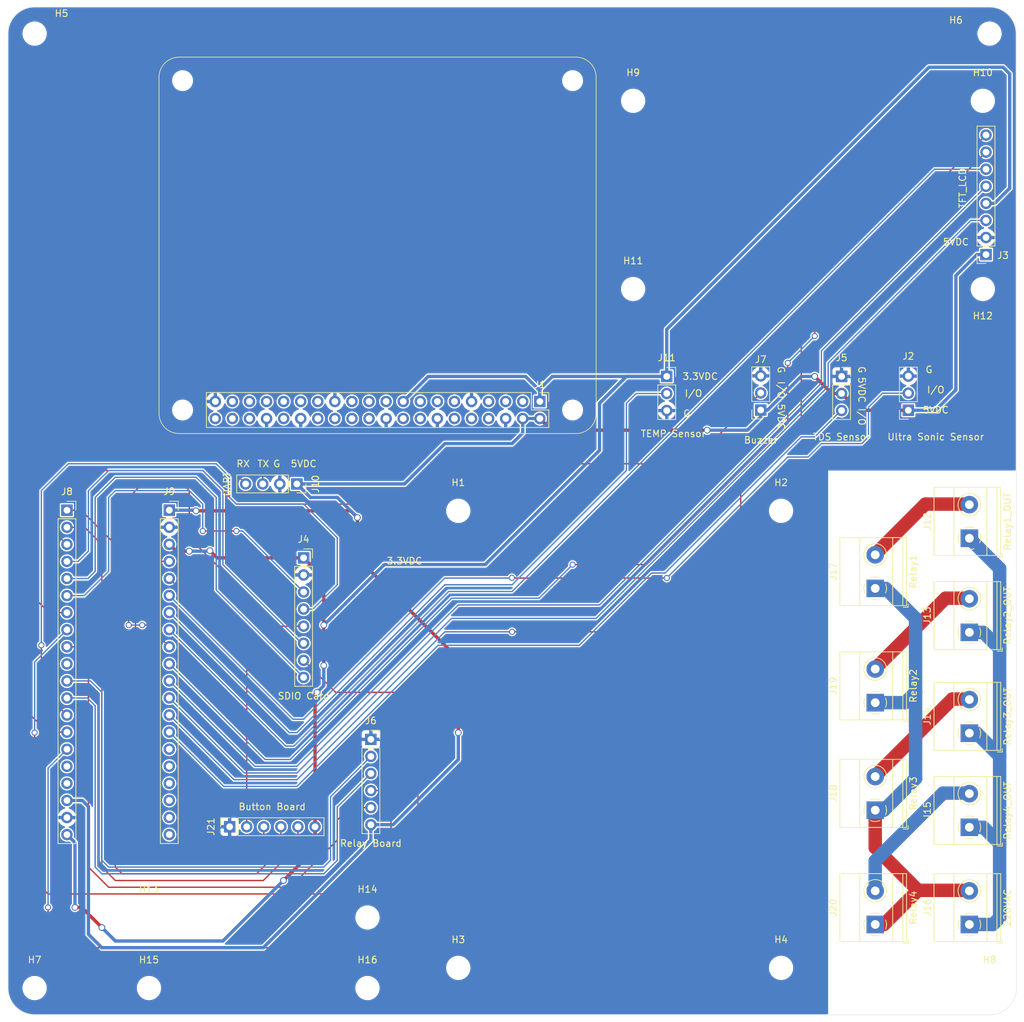
<source format=kicad_pcb>
(kicad_pcb (version 20211014) (generator pcbnew)
  (title_block (title "Aquarium_PCB") (date "2022-11-04") (rev "1.0"))
  (layers (0 "F.Cu" signal) (31 "B.Cu" power) (34 "B.Paste" user) (35 "F.Paste" user) (36 "B.SilkS" user "B.Silkscreen") (37 "F.SilkS" user "F.Silkscreen") (38 "B.Mask" user) (39 "F.Mask" user) (44 "Edge.Cuts" user))
  (net 0 "")
  (net 1 "GND")
  (net 2 "/GPIO[2]{slash}SDA1")
  (net 3 "/GPIO[3]{slash}SCL1")
  (net 4 "/GPIO[4]{slash}GPCLK0")
  (net 5 "/GPIO[14]{slash}TXD0")
  (net 6 "/GPIO[15]{slash}RXD0")
  (net 7 "/GPIO[17]")
  (net 8 "/GPIO[18]{slash}PCM.CLK")
  (net 9 "/GPIO[27]")
  (net 10 "/GPIO[22]")
  (net 11 "/GPIO[23]")
  (net 12 "/GPIO[24]")
  (net 13 "/GPIO[10]{slash}SPI0.MOSI")
  (net 14 "/GPIO[9]{slash}SPI0.MISO")
  (net 15 "/GPIO[25]")
  (net 16 "/GPIO[11]{slash}SPI0.SCLK")
  (net 17 "/GPIO[8]{slash}SPI0.CE0")
  (net 18 "/GPIO[7]{slash}SPI0.CE1")
  (net 19 "/ID_SDA")
  (net 20 "/ID_SCL")
  (net 21 "/GPIO[5]")
  (net 22 "/GPIO[6]")
  (net 23 "/GPIO[12]{slash}PWM0")
  (net 24 "/GPIO[13]{slash}PWM1")
  (net 25 "/GPIO[19]{slash}PCM.FS")
  (net 26 "/GPIO[16]")
  (net 27 "/GPIO[26]")
  (net 28 "/GPIO[20]{slash}PCM.DIN")
  (net 29 "/GPIO[21]{slash}PCM.DOUT")
  (net 30 "+5V")
  (net 31 "+3.3V")
  (net 32 "/B1_Sonar")
  (net 33 "/A3_LCD_CS")
  (net 34 "/A7_LCD_MOSI")
  (net 35 "/A5_LCD_SCK")
  (net 36 "/A9_SDIO_D2")
  (net 37 "/B5_SDIO_D3")
  (net 38 "/A6_SDIO_CMD")
  (net 39 "/B15_SDIO_CK")
  (net 40 "/B7_SDIO_D0")
  (net 41 "/A8_SDIO_D1")
  (net 42 "/A1_TDS")
  (net 43 "/B3_Relay1")
  (net 44 "/B4_Relay2")
  (net 45 "/A11_Relay3")
  (net 46 "/A12_Relay4")
  (net 47 "/B14_Buzzer")
  (net 48 "/B12_button_enter")
  (net 49 "/B13_button_exit")
  (net 50 "/A10_UART1_RX")
  (net 51 "/A15")
  (net 52 "/B6_UART1_TX")
  (net 53 "/B8")
  (net 54 "/B9")
  (net 55 "/B10_button_right")
  (net 56 "/B2_button_left")
  (net 57 "/B0_TEMP")
  (net 58 "/A4_LCD_DC")
  (net 59 "/A2_LCD_BKL")
  (net 60 "/A0_button_user")
  (net 61 "/R")
  (net 62 "/C15")
  (net 63 "/C14")
  (net 64 "/C13")
  (net 65 "/VB")
  (net 66 "/L")
  (net 67 "/Relay1_A")
  (net 68 "/Relay2_A")
  (net 69 "/Relay3_A")
  (net 70 "/Relay4_A")
  (net 71 "/Relay_Com_N")
  (footprint "Connector_PinSocket_2.54mm:PinSocket_2x20_P2.54mm_Vertical" (layer "F.Cu") (at 174.13 96.73 -90)
    (fp_text reference "J1")
    (fp_text value "GPIO")
  )
  (footprint "MountingHole:MountingHole_3.2mm_M3" (layer "F.Cu") (at 99 42)
    (fp_text reference "H5")
    (fp_text value "MountingHole")
  )
  (footprint "Connector_PinSocket_2.54mm:PinSocket_1x03_P2.54mm_Vertical" (layer "F.Cu") (at 193 93)
    (fp_text reference "J11")
    (fp_text value "TEMP Sensor")
  )
  (footprint "MountingHole:MountingHole_2.7mm_M2.5" (layer "F.Cu") (at 121 98 180)
    (fp_text reference "MH2" hide)
    (fp_text value "MountingHole_2.7mm_M2.5" hide)
  )
  (footprint "TerminalBlock_Phoenix:TerminalBlock_Phoenix_MKDS-1,5-2_1x02_P5.00mm_Horizontal" (layer "F.Cu") (at 224 124.54 90)
    (fp_text reference "J17")
    (fp_text value "Relay1")
  )
  (footprint "MountingHole:MountingHole_3.2mm_M3" (layer "F.Cu") (at 240 80)
    (fp_text reference "H12")
    (fp_text value "MountingHole")
  )
  (footprint "MountingHole:MountingHole_3.2mm_M3" (layer "F.Cu") (at 240 52)
    (fp_text reference "H10")
    (fp_text value "MountingHole")
  )
  (footprint "MountingHole:MountingHole_3.2mm_M3" (layer "F.Cu") (at 241 42)
    (fp_text reference "H6")
    (fp_text value "MountingHole")
  )
  (footprint "TerminalBlock_Phoenix:TerminalBlock_Phoenix_MKDS-1,5-2_1x02_P5.00mm_Horizontal" (layer "F.Cu") (at 238 117.08 90)
    (fp_text reference "J12")
    (fp_text value "Relay1_OUT")
  )
  (footprint "Connector_PinSocket_2.54mm:PinSocket_1x06_P2.54mm_Vertical" (layer "F.Cu") (at 149 147)
    (fp_text reference "J6")
    (fp_text value "Relay Board")
  )
  (footprint "Connector_PinSocket_2.54mm:PinSocket_1x03_P2.54mm_Vertical" (layer "F.Cu") (at 228.925 98.035 180)
    (fp_text reference "J2")
    (fp_text value "Ultra Sonic Sensor")
  )
  (footprint "TerminalBlock_Phoenix:TerminalBlock_Phoenix_MKDS-1,5-2_1x02_P5.00mm_Horizontal" (layer "F.Cu") (at 238 131.08 90)
    (fp_text reference "J13")
    (fp_text value "Relay2_OUT")
  )
  (footprint "Connector_PinSocket_2.54mm:PinSocket_1x04_P2.54mm_Vertical" (layer "F.Cu") (at 138 109 -90)
    (fp_text reference "J10")
    (fp_text value "UART")
  )
  (footprint "MountingHole:MountingHole_3.2mm_M3" (layer "F.Cu") (at 148.5 184)
    (fp_text reference "H16")
    (fp_text value "MountingHole")
  )
  (footprint "Connector_PinSocket_2.54mm:PinSocket_1x08_P2.54mm_Vertical" (layer "F.Cu") (at 139 120)
    (fp_text reference "J4")
    (fp_text value "SDIO Card")
  )
  (footprint "Connector_PinSocket_2.54mm:PinSocket_1x20_P2.54mm_Vertical" (layer "F.Cu") (at 103.805 112.91)
    (fp_text reference "J8")
    (fp_text value "Conn_01x20_Female")
  )
  (footprint "TerminalBlock_Phoenix:TerminalBlock_Phoenix_MKDS-1,5-2_1x02_P5.00mm_Horizontal" (layer "F.Cu") (at 224 174.54 90)
    (fp_text reference "J20")
    (fp_text value "Relay4")
  )
  (footprint "Connector_PinSocket_2.54mm:PinSocket_1x06_P2.54mm_Vertical" (layer "F.Cu") (at 128 160 90)
    (fp_text reference "J21")
    (fp_text value "Button Board")
  )
  (footprint "Connector_PinSocket_2.54mm:PinSocket_1x03_P2.54mm_Vertical" (layer "F.Cu") (at 219 93)
    (fp_text reference "J5")
    (fp_text value "TDS Sensor")
  )
  (footprint "MountingHole:MountingHole_3.2mm_M3" (layer "F.Cu") (at 188 80)
    (fp_text reference "H11")
    (fp_text value "MountingHole")
  )
  (footprint "Connector_PinSocket_2.54mm:PinSocket_1x08_P2.54mm_Vertical" (layer "F.Cu") (at 240.475 74.875 180)
    (fp_text reference "J3")
    (fp_text value "TFT_LCD")
  )
  (footprint "MountingHole:MountingHole_3.2mm_M3" (layer "F.Cu") (at 162 181)
    (fp_text reference "H3")
    (fp_text value "MountingHole")
  )
  (footprint "MountingHole:MountingHole_2.7mm_M2.5" (layer "F.Cu") (at 179 49 180)
    (fp_text reference "MH3" hide)
    (fp_text value "MountingHole_2.7mm_M2.5" hide)
  )
  (footprint "MountingHole:MountingHole_3.2mm_M3" (layer "F.Cu") (at 210 113)
    (fp_text reference "H2")
    (fp_text value "MountingHole")
  )
  (footprint "TerminalBlock_Phoenix:TerminalBlock_Phoenix_MKDS-1,5-2_1x02_P5.00mm_Horizontal" (layer "F.Cu") (at 224 141.54 90)
    (fp_text reference "J19")
    (fp_text value "Relay2")
  )
  (footprint "MountingHole:MountingHole_3.2mm_M3" (layer "F.Cu") (at 188 52)
    (fp_text reference "H9")
    (fp_text value "MountingHole")
  )
  (footprint "MountingHole:MountingHole_2.7mm_M2.5" (layer "F.Cu") (at 179 98 180)
    (fp_text reference "MH1" hide)
    (fp_text value "MountingHole_2.7mm_M2.5" hide)
  )
  (footprint "MountingHole:MountingHole_3.2mm_M3" (layer "F.Cu") (at 210 181)
    (fp_text reference "H4")
    (fp_text value "MountingHole")
  )
  (footprint "MountingHole:MountingHole_3.2mm_M3" (layer "F.Cu") (at 116 173.5)
    (fp_text reference "H13")
    (fp_text value "MountingHole")
  )
  (footprint "TerminalBlock_Phoenix:TerminalBlock_Phoenix_MKDS-1,5-2_1x02_P5.00mm_Horizontal" (layer "F.Cu") (at 238 146.08 90)
    (fp_text reference "J14")
    (fp_text value "Relay3_OUT")
  )
  (footprint "Connector_PinSocket_2.54mm:PinSocket_1x03_P2.54mm_Vertical" (layer "F.Cu") (at 206.975 98 180)
    (fp_text reference "J7")
    (fp_text value "Buzzer")
  )
  (footprint "TerminalBlock_Phoenix:TerminalBlock_Phoenix_MKDS-1,5-2_1x02_P5.00mm_Horizontal" (layer "F.Cu") (at 238 160.08 90)
    (fp_text reference "J15")
    (fp_text value "Relay4_OUT")
  )
  (footprint "TerminalBlock_Phoenix:TerminalBlock_Phoenix_MKDS-1,5-2_1x02_P5.00mm_Horizontal" (layer "F.Cu") (at 224 157.54 90)
    (fp_text reference "J18")
    (fp_text value "Relay3")
  )
  (footprint "MountingHole:MountingHole_2.7mm_M2.5" (layer "F.Cu") (at 121 49 180)
    (fp_text reference "MH4" hide)
    (fp_text value "MountingHole_2.7mm_M2.5" hide)
  )
  (footprint "MountingHole:MountingHole_3.2mm_M3" (layer "F.Cu") (at 99 184)
    (fp_text reference "H7")
    (fp_text value "MountingHole")
  )
  (footprint "MountingHole:MountingHole_3.2mm_M3" (layer "F.Cu") (at 116 184)
    (fp_text reference "H15")
    (fp_text value "MountingHole")
  )
  (footprint "MountingHole:MountingHole_3.2mm_M3" (layer "F.Cu") (at 241 184)
    (fp_text reference "H8")
    (fp_text value "MountingHole")
  )
  (footprint "Connector_PinSocket_2.54mm:PinSocket_1x20_P2.54mm_Vertical" (layer "F.Cu") (at 119.025 112.9)
    (fp_text reference "J9")
    (fp_text value "Conn_01x20_Female")
  )
  (footprint "MountingHole:MountingHole_3.2mm_M3" (layer "F.Cu") (at 162 113)
    (fp_text reference "H1")
    (fp_text value "MountingHole")
  )
  (footprint "TerminalBlock_Phoenix:TerminalBlock_Phoenix_MKDS-1,5-2_1x02_P5.00mm_Horizontal" (layer "F.Cu") (at 238 174.54 90)
    (fp_text reference "J16")
    (fp_text value "220VAC")
  )
  (footprint "MountingHole:MountingHole_3.2mm_M3" (layer "F.Cu") (at 148.5 173.5)
    (fp_text reference "H14")
    (fp_text value "MountingHole")
  )
  (gr_arc (start 120.5 101.5) (mid 118.37868 100.62132) (end 117.5 98.5) (layer "F.SilkS") (width 0.1))
  (gr_line (start 117.5 48.5) (end 117.5 98.5) (layer "F.SilkS") (width 0.1))
  (gr_line (start 182.5 98.5) (end 182.5 82.5) (layer "F.SilkS") (width 0.1))
  (gr_line (start 182.5 82.5) (end 182.5 64.5) (layer "F.SilkS") (width 0.1))
  (gr_arc (start 179.5 45.5) (mid 181.62132 46.37868) (end 182.5 48.5) (layer "F.SilkS") (width 0.1))
  (gr_line (start 179.5 45.5) (end 120.5 45.5) (layer "F.SilkS") (width 0.1))
  (gr_arc (start 117.5 48.5) (mid 118.37868 46.37868) (end 120.5 45.5) (layer "F.SilkS") (width 0.1))
  (gr_arc (start 182.5 98.5) (mid 181.62132 100.62132) (end 179.5 101.5) (layer "F.SilkS") (width 0.1))
  (gr_line (start 182.5 64.5) (end 182.5 48.5) (layer "F.SilkS") (width 0.1))
  (gr_line (start 120.5 101.5) (end 179.5 101.5) (layer "F.SilkS") (width 0.1))
  (gr_line (start 95 42) (end 95 184) (layer "Edge.Cuts") (width 0.05))
  (gr_arc (start 245 184) (mid 243.828427 186.828427) (end 241 188) (layer "Edge.Cuts") (width 0.05))
  (gr_line (start 241 38) (end 99 38) (layer "Edge.Cuts") (width 0.05))
  (gr_line (start 99 188) (end 241 188) (layer "Edge.Cuts") (width 0.05))
  (gr_line (start 245 184) (end 245 42) (layer "Edge.Cuts") (width 0.05))
  (gr_arc (start 95 42) (mid 96.171573 39.171573) (end 99 38) (layer "Edge.Cuts") (width 0.05))
  (gr_arc (start 99 188) (mid 96.171573 186.828427) (end 95 184) (layer "Edge.Cuts") (width 0.05))
  (gr_arc (start 241 38) (mid 243.828427 39.171573) (end 245 42) (layer "Edge.Cuts") (width 0.05))
  (gr_text "5VDC" (at 222 95 270) (layer "F.SilkS") (effects (font (size 1 1))))
  (gr_text "G" (at 135 106) (layer "F.SilkS") (effects (font (size 1 1))))
  (gr_text "I/O" (at 196.975 95.525) (layer "F.SilkS") (effects (font (size 1 1))))
  (gr_text "5VDC" (at 236 73) (layer "F.SilkS") (effects (font (size 1 1))))
  (gr_text "I/O" (at 210 95 270) (layer "F.SilkS") (effects (font (size 1 1))))
  (gr_text "TX" (at 133 106) (layer "F.SilkS") (effects (font (size 1 1))))
  (gr_text "G" (at 195.975 98.525) (layer "F.SilkS") (effects (font (size 1 1))))
  (gr_text "G" (at 210 92 270) (layer "F.SilkS") (effects (font (size 1 1))))
  (gr_text "G" (at 222 92 270) (layer "F.SilkS") (effects (font (size 1 1))))
  (gr_text "3.3VDC" (at 197.975 93) (layer "F.SilkS") (effects (font (size 1 1))))
  (gr_text "I/O" (at 222 99 270) (layer "F.SilkS") (effects (font (size 1 1))))
  (gr_text "5VDC" (at 139 106) (layer "F.SilkS") (effects (font (size 1 1))))
  (gr_text "RX" (at 130 106) (layer "F.SilkS") (effects (font (size 1 1))))
  (gr_text "I/O" (at 233 95) (layer "F.SilkS") (effects (font (size 1 1))))
  (gr_text "5VDC" (at 233 98) (layer "F.SilkS") (effects (font (size 1 1))))
  (gr_text "G" (at 232 92) (layer "F.SilkS") (effects (font (size 1 1))))
  (gr_text "3.3VDC" (at 154 120.46) (layer "F.SilkS") (effects (font (size 1 1))))
  (gr_text "5VDC" (at 210 99 270) (layer "F.SilkS") (effects (font (size 1 1))))
  (segment (start 219 95.54) (end 217.54 95.54) (width 0.5) (layer "F.Cu") (net 30))
  (segment (start 174.13 99.27) (end 175.86 101) (width 0.5) (layer "F.Cu") (net 30))
  (segment (start 147 120) (end 147 114) (width 0.5) (layer "F.Cu") (net 30))
  (segment (start 162 135) (end 147 120) (width 0.5) (layer "F.Cu") (net 30))
  (segment (start 123 113) (end 146 113) (width 0.5) (layer "F.Cu") (net 30))
  (segment (start 217.54 95.54) (end 215 93) (width 0.5) (layer "F.Cu") (net 30))
  (segment (start 162 146) (end 162 135) (width 0.5) (layer "F.Cu") (net 30))
  (segment (start 175.86 101) (end 199 101) (width 0.5) (layer "F.Cu") (net 30))
  (segment (start 221.495 98.035) (end 228.925 98.035) (width 0.5) (layer "F.Cu") (net 30))
  (segment (start 219 95.54) (end 221.495 98.035) (width 0.5) (layer "F.Cu") (net 30))
  (segment (start 146 113) (end 147 114) (width 0.5) (layer "F.Cu") (net 30))
  (via (at 123 113) (size 1) (drill 0.7) (layers "F.Cu" "B.Cu") (net 30))
  (via (at 199 101) (size 1) (drill 0.7) (layers "F.Cu" "B.Cu") (net 30))
  (via (at 215 93) (size 1) (drill 0.7) (layers "F.Cu" "B.Cu") (net 30))
  (via (at 162 146) (size 1) (drill 0.7) (layers "F.Cu" "B.Cu") (net 30))
  (via (at 147 114) (size 1) (drill 0.7) (layers "F.Cu" "B.Cu") (net 30))
  (segment (start 240.475 74.875) (end 239.125 74.875) (width 0.5) (layer "B.Cu") (net 30))
  (segment (start 236 95) (end 232.965 98.035) (width 0.5) (layer "B.Cu") (net 30))
  (segment (start 171.59 101.41) (end 171.59 99.27) (width 0.5) (layer "B.Cu") (net 30))
  (segment (start 232.965 98.035) (end 228.925 98.035) (width 0.5) (layer "B.Cu") (net 30))
  (segment (start 138 109) (end 154 109) (width 0.5) (layer "B.Cu") (net 30))
  (segment (start 147 114) (end 144 111) (width 0.5) (layer "B.Cu") (net 30))
  (segment (start 162 150) (end 152.3 159.7) (width 0.5) (layer "B.Cu") (net 30))
  (segment (start 140 111) (end 138 109) (width 0.5) (layer "B.Cu") (net 30))
  (segment (start 149 159.7) (end 149 162) (width 0.5) (layer "B.Cu") (net 30))
  (segment (start 106.09 156.09) (end 103.805 156.09) (width 0.5) (layer "B.Cu") (net 30))
  (segment (start 119.025 112.9) (end 122.9 112.9) (width 0.5) (layer "B.Cu") (net 30))
  (segment (start 144 111) (end 140 111) (width 0.5) (layer "B.Cu") (net 30))
  (segment (start 170 103) (end 171.59 101.41) (width 0.5) (layer "B.Cu") (net 30))
  (segment (start 154 109) (end 160 103) (width 0.5) (layer "B.Cu") (net 30))
  (segment (start 160 103) (end 170 103) (width 0.5) (layer "B.Cu") (net 30))
  (segment (start 213 93) (end 208 98) (width 0.5) (layer "B.Cu") (net 30))
  (segment (start 107 176) (end 107 157) (width 0.5) (layer "B.Cu") (net 30))
  (segment (start 171.59 99.27) (end 174.13 99.27) (width 0.5) (layer "B.Cu") (net 30))
  (segment (start 162 146) (end 162 150) (width 0.5) (layer "B.Cu") (net 30))
  (segment (start 236 78) (end 236 95) (width 0.5) (layer "B.Cu") (net 30))
  (segment (start 133 178) (end 109 178) (width 0.5) (layer "B.Cu") (net 30))
  (segment (start 239.125 74.875) (end 236 78) (width 0.5) (layer "B.Cu") (net 30))
  (segment (start 208 98) (end 206.975 98) (width 0.5) (layer "B.Cu") (net 30))
  (segment (start 109 178) (end 107 176) (width 0.5) (layer "B.Cu") (net 30))
  (segment (start 152.3 159.7) (end 149 159.7) (width 0.5) (layer "B.Cu") (net 30))
  (segment (start 107 157) (end 106.09 156.09) (width 0.5) (layer "B.Cu") (net 30))
  (segment (start 149 162) (end 133 178) (width 0.5) (layer "B.Cu") (net 30))
  (segment (start 215 93) (end 213 93) (width 0.5) (layer "B.Cu") (net 30))
  (segment (start 122.9 112.9) (end 123 113) (width 0.5) (layer "B.Cu") (net 30))
  (segment (start 205 101) (end 206.975 99.025) (width 0.5) (layer "B.Cu") (net 30))
  (segment (start 199 101) (end 205 101) (width 0.5) (layer "B.Cu") (net 30))
  (segment (start 206.975 99.025) (end 206.975 98) (width 0.5) (layer "B.Cu") (net 30))
  (segment (start 140.7 160) (end 140.7 163.3) (width 0.5) (layer "F.Cu") (net 31))
  (segment (start 140.7 140.3) (end 140.7 160) (width 0.5) (layer "F.Cu") (net 31))
  (segment (start 141 140) (end 140.7 140.3) (width 0.5) (layer "F.Cu") (net 31))
  (segment (start 139 120) (end 142 123) (width 0.5) (layer "F.Cu") (net 31))
  (segment (start 120.045 119) (end 122 119) (width 0.5) (layer "F.Cu") (net 31))
  (segment (start 119.025 117.98) (end 120.045 119) (width 0.5) (layer "F.Cu") (net 31))
  (segment (start 109 175) (end 106 172) (width 0.5) (layer "F.Cu") (net 31))
  (segment (start 140.7 163.3) (end 136 168) (width 0.5) (layer "F.Cu") (net 31))
  (segment (start 106 172) (end 105 172) (width 0.5) (layer "F.Cu") (net 31))
  (segment (start 142 123) (end 142 130) (width 0.5) (layer "F.Cu") (net 31))
  (segment (start 142 130) (end 142 136) (width 0.5) (layer "F.Cu") (net 31))
  (segment (start 125.065332 118.934668) (end 126.130664 120) (width 0.5) (layer "F.Cu") (net 31))
  (segment (start 126.130664 120) (end 139 120) (width 0.5) (layer "F.Cu") (net 31))
  (via (at 109 175) (size 1) (drill 0.7) (layers "F.Cu" "B.Cu") (net 31))
  (via (at 136 168) (size 1) (drill 0.7) (layers "F.Cu" "B.Cu") (net 31))
  (via (at 141 140) (size 1) (drill 0.7) (layers "F.Cu" "B.Cu") (net 31))
  (via (at 125.065332 118.934668) (size 1) (drill 0.7) (layers "F.Cu" "B.Cu") (net 31))
  (via (at 142 130) (size 1) (drill 0.7) (layers "F.Cu" "B.Cu") (net 31))
  (via (at 142 136) (size 1) (drill 0.7) (layers "F.Cu" "B.Cu") (net 31))
  (via (at 105 172) (size 1) (drill 0.7) (layers "F.Cu" "B.Cu") (net 31))
  (via (at 122 119) (size 1) (drill 0.7) (layers "F.Cu" "B.Cu") (net 31))
  (segment (start 187 93) (end 183 97) (width 0.5) (layer "B.Cu") (net 31))
  (segment (start 240.475 67.255) (end 241.745 67.255) (width 0.5) (layer "B.Cu") (net 31))
  (segment (start 166 121) (end 151 121) (width 0.5) (layer "B.Cu") (net 31))
  (segment (start 193 86) (end 193 93) (width 0.5) (layer "B.Cu") (net 31))
  (segment (start 183 97) (end 183 104) (width 0.5) (layer "B.Cu") (net 31))
  (segment (start 127 177) (end 136 168) (width 0.5) (layer "B.Cu") (net 31))
  (segment (start 157.54 93) (end 172 93) (width 0.5) (layer "B.Cu") (net 31))
  (segment (start 244 65) (end 244 48) (width 0.5) (layer "B.Cu") (net 31))
  (segment (start 183 104) (end 166 121) (width 0.5) (layer "B.Cu") (net 31))
  (segment (start 142 136) (end 142 139) (width 0.5) (layer "B.Cu") (net 31))
  (segment (start 174.13 95.13) (end 174.13 96.73) (width 0.5) (layer "B.Cu") (net 31))
  (segment (start 105 172) (end 105 162.365) (width 0.5) (layer "B.Cu") (net 31))
  (segment (start 105 162.365) (end 103.805 161.17) (width 0.5) (layer "B.Cu") (net 31))
  (segment (start 125 119) (end 125.065332 118.934668) (width 0.5) (layer "B.Cu") (net 31))
  (segment (start 243 47) (end 232 47) (width 0.5) (layer "B.Cu") (net 31))
  (segment (start 241.745 67.255) (end 244 65) (width 0.5) (layer "B.Cu") (net 31))
  (segment (start 176 93) (end 193 93) (width 0.5) (layer "B.Cu") (net 31))
  (segment (start 142 139) (end 141 140) (width 0.5) (layer "B.Cu") (net 31))
  (segment (start 122 119) (end 125 119) (width 0.5) (layer "B.Cu") (net 31))
  (segment (start 193 93) (end 187 93) (width 0.5) (layer "B.Cu") (net 31))
  (segment (start 111 177) (end 127 177) (width 0.5) (layer "B.Cu") (net 31))
  (segment (start 109 175) (end 111 177) (width 0.5) (layer "B.Cu") (net 31))
  (segment (start 153.81 96.73) (end 157.54 93) (width 0.5) (layer "B.Cu") (net 31))
  (segment (start 151 121) (end 142 130) (width 0.5) (layer "B.Cu") (net 31))
  (segment (start 232 47) (end 193 86) (width 0.5) (layer "B.Cu") (net 31))
  (segment (start 174.13 94.87) (end 176 93) (width 0.5) (layer "B.Cu") (net 31))
  (segment (start 174.13 96.73) (end 174.13 94.87) (width 0.5) (layer "B.Cu") (net 31))
  (segment (start 244 48) (end 243 47) (width 0.5) (layer "B.Cu") (net 31))
  (segment (start 172 93) (end 174.13 95.13) (width 0.5) (layer "B.Cu") (net 31))
  (segment (start 193 123) (end 170 123) (width 0.2) (layer "F.Cu") (net 32))
  (segment (start 170 123) (end 169.970023 122.970023) (width 0.2) (layer "F.Cu") (net 32))
  (via (at 193 123) (size 0.9) (drill 0.6) (layers "F.Cu" "B.Cu") (net 32))
  (via (at 169.970023 122.970023) (size 0.9) (drill 0.6) (layers "F.Cu" "B.Cu") (net 32))
  (segment (start 211 105) (end 193 123) (width 0.2) (layer "B.Cu") (net 32))
  (segment (start 222 103) (end 216 103) (width 0.2) (layer "B.Cu") (net 32))
  (segment (start 223 97.595835) (end 223 102) (width 0.2) (layer "B.Cu") (net 32))
  (segment (start 160 123) (end 170 123) (width 0.2) (layer "B.Cu") (net 32))
  (segment (start 225.100835 95.495) (end 223 97.595835) (width 0.2) (layer "B.Cu") (net 32))
  (segment (start 119.025 125.6) (end 137.425 144) (width 0.2) (layer "B.Cu") (net 32))
  (segment (start 228.925 95.495) (end 225.100835 95.495) (width 0.2) (layer "B.Cu") (net 32))
  (segment (start 139 144) (end 160 123) (width 0.2) (layer "B.Cu") (net 32))
  (segment (start 137.425 144) (end 139 144) (width 0.2) (layer "B.Cu") (net 32))
  (segment (start 216 103) (end 214 105) (width 0.2) (layer "B.Cu") (net 32))
  (segment (start 214 105) (end 211 105) (width 0.2) (layer "B.Cu") (net 32))
  (segment (start 223 102) (end 222 103) (width 0.2) (layer "B.Cu") (net 32))
  (segment (start 240.475 69.795) (end 238.205 69.795) (width 0.2) (layer "B.Cu") (net 33))
  (segment (start 217 94.5) (end 182.5 129) (width 0.2) (layer "B.Cu") (net 33))
  (segment (start 161 129) (end 138 152) (width 0.2) (layer "B.Cu") (net 33))
  (segment (start 238.205 69.795) (end 217 91) (width 0.2) (layer "B.Cu") (net 33))
  (segment (start 217 91) (end 217 94.5) (width 0.2) (layer "B.Cu") (net 33))
  (segment (start 138 152) (end 130.185 152) (width 0.2) (layer "B.Cu") (net 33))
  (segment (start 182.5 129) (end 161 129) (width 0.2) (layer "B.Cu") (net 33))
  (segment (start 130.185 152) (end 119.025 140.84) (width 0.2) (layer "B.Cu") (net 33))
  (segment (start 232.825 62.175) (end 240.475 62.175) (width 0.2) (layer "B.Cu") (net 34))
  (segment (start 137.565685 148) (end 160.565685 125) (width 0.2) (layer "B.Cu") (net 34))
  (segment (start 170 125) (end 232.825 62.175) (width 0.2) (layer "B.Cu") (net 34))
  (segment (start 160.565685 125) (end 170 125) (width 0.2) (layer "B.Cu") (net 34))
  (segment (start 136.345 148) (end 137.565685 148) (width 0.2) (layer "B.Cu") (net 34))
  (segment (start 119.025 130.68) (end 136.345 148) (width 0.2) (layer "B.Cu") (net 34))
  (segment (start 194 117) (end 190 121) (width 0.2) (layer "F.Cu") (net 35))
  (segment (start 211 91) (end 211 100) (width 0.2) (layer "F.Cu") (net 35))
  (segment (start 240.475 59.635) (end 215 85.11) (width 0.2) (layer "F.Cu") (net 35))
  (segment (start 211 100) (end 194 117) (width 0.2) (layer "F.Cu") (net 35))
  (segment (start 215 85.11) (end 215 87) (width 0.2) (layer "F.Cu") (net 35))
  (segment (start 190 121) (end 179 121) (width 0.2) (layer "F.Cu") (net 35))
  (via (at 179 121) (size 0.9) (drill 0.6) (layers "F.Cu" "B.Cu") (net 35))
  (via (at 215 87) (size 0.9) (drill 0.6) (layers "F.Cu" "B.Cu") (net 35))
  (via (at 211 91) (size 0.9) (drill 0.6) (layers "F.Cu" "B.Cu") (net 35))
  (segment (start 137 150) (end 133.265 150) (width 0.2) (layer "B.Cu") (net 35))
  (segment (start 161 126) (end 137 150) (width 0.2) (layer "B.Cu") (net 35))
  (segment (start 174 126) (end 161 126) (width 0.2) (layer "B.Cu") (net 35))
  (segment (start 215 87) (end 211 91) (width 0.2) (layer "B.Cu") (net 35))
  (segment (start 133.265 150) (end 119.025 135.76) (width 0.2) (layer "B.Cu") (net 35))
  (segment (start 179 121) (end 174 126) (width 0.2) (layer "B.Cu") (net 35))
  (segment (start 129 116) (end 124 116) (width 0.2) (layer "F.Cu") (net 36))
  (via (at 124 116) (size 0.9) (drill 0.6) (layers "F.Cu" "B.Cu") (net 36))
  (via (at 129 116) (size 0.9) (drill 0.6) (layers "F.Cu" "B.Cu") (net 36))
  (segment (start 110 111) (end 110 122) (width 0.2) (layer "B.Cu") (net 36))
  (segment (start 129.92 116) (end 129 116) (width 0.2) (layer "B.Cu") (net 36))
  (segment (start 122 110) (end 111 110) (width 0.2) (layer "B.Cu") (net 36))
  (segment (start 110 122) (end 106.39 125.61) (width 0.2) (layer "B.Cu") (net 36))
  (segment (start 111 110) (end 110 111) (width 0.2) (layer "B.Cu") (net 36))
  (segment (start 124 112) (end 122 110) (width 0.2) (layer "B.Cu") (net 36))
  (segment (start 139 125.08) (end 129.92 116) (width 0.2) (layer "B.Cu") (net 36))
  (segment (start 124 116) (end 124 112) (width 0.2) (layer "B.Cu") (net 36))
  (segment (start 106.39 125.61) (end 103.805 125.61) (width 0.2) (layer "B.Cu") (net 36))
  (segment (start 100 139.585) (end 103.805 143.39) (width 0.2) (layer "F.Cu") (net 37))
  (segment (start 100 133) (end 100 139.585) (width 0.2) (layer "F.Cu") (net 37))
  (via (at 100 133) (size 0.9) (drill 0.6) (layers "F.Cu" "B.Cu") (net 37))
  (segment (start 144 117) (end 143 116) (width 0.2) (layer "B.Cu") (net 37))
  (segment (start 125 106) (end 104 106) (width 0.2) (layer "B.Cu") (net 37))
  (segment (start 140.38 127.62) (end 144 124) (width 0.2) (layer "B.Cu") (net 37))
  (segment (start 101 109) (end 100 110) (width 0.2) (layer "B.Cu") (net 37))
  (segment (start 100 110) (end 100 125) (width 0.2) (layer "B.Cu") (net 37))
  (segment (start 104 106) (end 101 109) (width 0.2) (layer "B.Cu") (net 37))
  (segment (start 128 108) (end 126 106) (width 0.2) (layer "B.Cu") (net 37))
  (segment (start 139 112) (end 129 112) (width 0.2) (layer "B.Cu") (net 37))
  (segment (start 143 116) (end 139 112) (width 0.2) (layer "B.Cu") (net 37))
  (segment (start 128 111) (end 128 108) (width 0.2) (layer "B.Cu") (net 37))
  (segment (start 139 127.62) (end 140.38 127.62) (width 0.2) (layer "B.Cu") (net 37))
  (segment (start 144 124) (end 144 117) (width 0.2) (layer "B.Cu") (net 37))
  (segment (start 100 125) (end 100 133) (width 0.2) (layer "B.Cu") (net 37))
  (segment (start 126 106) (end 125 106) (width 0.2) (layer "B.Cu") (net 37))
  (segment (start 129 112) (end 128 111) (width 0.2) (layer "B.Cu") (net 37))
  (segment (start 122 117) (end 122 110) (width 0.2) (layer "F.Cu") (net 38))
  (segment (start 135.16 130.16) (end 122 117) (width 0.2) (layer "F.Cu") (net 38))
  (segment (start 115 130) (end 115.805 130) (width 0.2) (layer "F.Cu") (net 38))
  (segment (start 139 130.16) (end 135.16 130.16) (width 0.2) (layer "F.Cu") (net 38))
  (segment (start 115.805 130) (end 119.025 133.22) (width 0.2) (layer "F.Cu") (net 38))
  (segment (start 122 110) (end 121 109) (width 0.2) (layer "F.Cu") (net 38))
  (segment (start 121 109) (end 115 109) (width 0.2) (layer "F.Cu") (net 38))
  (segment (start 113 111) (end 113 130) (width 0.2) (layer "F.Cu") (net 38))
  (segment (start 115 109) (end 113 111) (width 0.2) (layer "F.Cu") (net 38))
  (via (at 115 130) (size 0.9) (drill 0.6) (layers "F.Cu" "B.Cu") (net 38))
  (via (at 113 130) (size 0.9) (drill 0.6) (layers "F.Cu" "B.Cu") (net 38))
  (segment (start 113 130) (end 115 130) (width 0.2) (layer "B.Cu") (net 38))
  (segment (start 107 119) (end 105.47 120.53) (width 0.2) (layer "B.Cu") (net 39))
  (segment (start 139 132.7) (end 139 133) (width 0.2) (layer "B.Cu") (net 39))
  (segment (start 127 121) (end 127 110) (width 0.2) (layer "B.Cu") (net 39))
  (segment (start 139 133) (end 127 121) (width 0.2) (layer "B.Cu") (net 39))
  (segment (start 107 110) (end 107 119) (width 0.2) (layer "B.Cu") (net 39))
  (segment (start 105.47 120.53) (end 103.805 120.53) (width 0.2) (layer "B.Cu") (net 39))
  (segment (start 110 107) (end 107 110) (width 0.2) (layer "B.Cu") (net 39))
  (segment (start 124 107) (end 110 107) (width 0.2) (layer "B.Cu") (net 39))
  (segment (start 127 110) (end 124 107) (width 0.2) (layer "B.Cu") (net 39))
  (segment (start 155 140) (end 156 141) (width 0.2) (layer "F.Cu") (net 40))
  (segment (start 156 141) (end 156 177) (width 0.2) (layer "F.Cu") (net 40))
  (segment (start 156 177) (end 155 178) (width 0.2) (layer "F.Cu") (net 40))
  (segment (start 104 178) (end 101 175) (width 0.2) (layer "F.Cu") (net 40))
  (segment (start 143.76 140) (end 139 135.24) (width 0.2) (layer "F.Cu") (net 40))
  (segment (start 143.76 140) (end 155 140) (width 0.2) (layer "F.Cu") (net 40))
  (segment (start 101 175) (end 101 172) (width 0.2) (layer "F.Cu") (net 40))
  (segment (start 155 178) (end 104 178) (width 0.2) (layer "F.Cu") (net 40))
  (via (at 101 172) (size 0.9) (drill 0.6) (layers "F.Cu" "B.Cu") (net 40))
  (segment (start 101 172) (end 101 151.275) (width 0.2) (layer "B.Cu") (net 40))
  (segment (start 101 151.275) (end 103.805 148.47) (width 0.2) (layer "B.Cu") (net 40))
  (segment (start 108 111) (end 108 122) (width 0.2) (layer "B.Cu") (net 41))
  (segment (start 126 111) (end 123 108) (width 0.2) (layer "B.Cu") (net 41))
  (segment (start 123 108) (end 111 108) (width 0.2) (layer "B.Cu") (net 41))
  (segment (start 126 124.78) (end 126 111) (width 0.2) (layer "B.Cu") (net 41))
  (segment (start 108 122) (end 106.93 123.07) (width 0.2) (layer "B.Cu") (net 41))
  (segment (start 106.93 123.07) (end 103.805 123.07) (width 0.2) (layer "B.Cu") (net 41))
  (segment (start 139 137.78) (end 126 124.78) (width 0.2) (layer "B.Cu") (net 41))
  (segment (start 111 108) (end 108 111) (width 0.2) (layer "B.Cu") (net 41))
  (segment (start 213 102) (end 192.75 122.25) (width 0.2) (layer "B.Cu") (net 42))
  (segment (start 192.75 122.25) (end 190.75 122.25) (width 0.2) (layer "B.Cu") (net 42))
  (segment (start 190.75 122.25) (end 180 133) (width 0.2) (layer "B.Cu") (net 42))
  (segment (start 219 98.08) (end 219 98) (width 0.2) (layer "B.Cu") (net 42))
  (segment (start 159 133) (end 138 154) (width 0.2) (layer "B.Cu") (net 42))
  (segment (start 180 133) (end 159 133) (width 0.2) (layer "B.Cu") (net 42))
  (segment (start 219 98) (end 215 102) (width 0.2) (layer "B.Cu") (net 42))
  (segment (start 127.105 154) (end 119.025 145.92) (width 0.2) (layer "B.Cu") (net 42))
  (segment (start 138 154) (end 127.105 154) (width 0.2) (layer "B.Cu") (net 42))
  (segment (start 215 102) (end 213 102) (width 0.2) (layer "B.Cu") (net 42))
  (segment (start 109 140) (end 107.31 138.31) (width 0.2) (layer "B.Cu") (net 43))
  (segment (start 142 166) (end 110 166) (width 0.2) (layer "B.Cu") (net 43))
  (segment (start 143 155.54) (end 143 165) (width 0.2) (layer "B.Cu") (net 43))
  (segment (start 110 166) (end 109 165) (width 0.2) (layer "B.Cu") (net 43))
  (segment (start 109 165) (end 109 140) (width 0.2) (layer "B.Cu") (net 43))
  (segment (start 143 165) (end 142 166) (width 0.2) (layer "B.Cu") (net 43))
  (segment (start 149 149.54) (end 143 155.54) (width 0.2) (layer "B.Cu") (net 43))
  (segment (start 107.31 138.31) (end 103.805 138.31) (width 0.2) (layer "B.Cu") (net 43))
  (segment (start 149 152.08) (end 144.08 157) (width 0.2) (layer "B.Cu") (net 44))
  (segment (start 142 167) (end 109 167) (width 0.2) (layer "B.Cu") (net 44))
  (segment (start 144 165) (end 142 167) (width 0.2) (layer "B.Cu") (net 44))
  (segment (start 108 142) (end 106.85 140.85) (width 0.2) (layer "B.Cu") (net 44))
  (segment (start 144.08 157) (end 144 157) (width 0.2) (layer "B.Cu") (net 44))
  (segment (start 144 157) (end 144 165) (width 0.2) (layer "B.Cu") (net 44))
  (segment (start 109 167) (end 108 166) (width 0.2) (layer "B.Cu") (net 44))
  (segment (start 108 166) (end 108 142) (width 0.2) (layer "B.Cu") (net 44))
  (segment (start 106.85 140.85) (end 103.805 140.85) (width 0.2) (layer "B.Cu") (net 44))
  (segment (start 152 156) (end 152 165) (width 0.2) (layer "F.Cu") (net 45))
  (segment (start 149 154.62) (end 150.62 154.62) (width 0.2) (layer "F.Cu") (net 45))
  (segment (start 101 170) (end 99 168) (width 0.2) (layer "F.Cu") (net 45))
  (segment (start 147 170) (end 101 170) (width 0.2) (layer "F.Cu") (net 45))
  (segment (start 99 168) (end 99 166) (width 0.2) (layer "F.Cu") (net 45))
  (segment (start 99 166) (end 99 146) (width 0.2) (layer "F.Cu") (net 45))
  (segment (start 150.62 154.62) (end 152 156) (width 0.2) (layer "F.Cu") (net 45))
  (segment (start 152 165) (end 147 170) (width 0.2) (layer "F.Cu") (net 45))
  (via (at 99 146) (size 0.9) (drill 0.6) (layers "F.Cu" "B.Cu") (net 45))
  (segment (start 99 135.495) (end 103.805 130.69) (width 0.2) (layer "B.Cu") (net 45))
  (segment (start 99 146) (end 99 135.495) (width 0.2) (layer "B.Cu") (net 45))
  (segment (start 149 157.16) (end 145.84 157.16) (width 0.2) (layer "F.Cu") (net 46))
  (segment (start 107 134) (end 106.23 133.23) (width 0.2) (layer "F.Cu") (net 46))
  (segment (start 144 162) (end 137 169) (width 0.2) (layer "F.Cu") (net 46))
  (segment (start 107 166) (end 107 134) (width 0.2) (layer "F.Cu") (net 46))
  (segment (start 110 169) (end 107 166) (width 0.2) (layer "F.Cu") (net 46))
  (segment (start 145.84 157.16) (end 144 159) (width 0.2) (layer "F.Cu") (net 46))
  (segment (start 144 159) (end 144 162) (width 0.2) (layer "F.Cu") (net 46))
  (segment (start 106.23 133.23) (end 103.805 133.23) (width 0.2) (layer "F.Cu") (net 46))
  (segment (start 137 169) (end 110 169) (width 0.2) (layer "F.Cu") (net 46))
  (segment (start 196.435 106) (end 206.975 95.46) (width 0.2) (layer "F.Cu") (net 47))
  (segment (start 101 111) (end 105 107) (width 0.2) (layer "F.Cu") (net 47))
  (segment (start 101 115.185) (end 101 111) (width 0.2) (layer "F.Cu") (net 47))
  (segment (start 124 107) (end 129 112) (width 0.2) (layer "F.Cu") (net 47))
  (segment (start 105 107) (end 124 107) (width 0.2) (layer "F.Cu") (net 47))
  (segment (start 129 112) (end 154 112) (width 0.2) (layer "F.Cu") (net 47))
  (segment (start 154 112) (end 160 106) (width 0.2) (layer "F.Cu") (net 47))
  (segment (start 103.805 117.99) (end 101 115.185) (width 0.2) (layer "F.Cu") (net 47))
  (segment (start 160 106) (end 196.435 106) (width 0.2) (layer "F.Cu") (net 47))
  (segment (start 105.91 112.91) (end 103.805 112.91) (width 0.2) (layer "F.Cu") (net 48))
  (segment (start 132 167) (end 112 167) (width 0.2) (layer "F.Cu") (net 48))
  (segment (start 135.62 160) (end 135.62 163.38) (width 0.2) (layer "F.Cu") (net 48))
  (segment (start 111 118) (end 105.91 112.91) (width 0.2) (layer "F.Cu") (net 48))
  (segment (start 112 167) (end 111 166) (width 0.2) (layer "F.Cu") (net 48))
  (segment (start 135.62 163.38) (end 132 167) (width 0.2) (layer "F.Cu") (net 48))
  (segment (start 111 166) (end 111 118) (width 0.2) (layer "F.Cu") (net 48))
  (segment (start 133 168) (end 111 168) (width 0.2) (layer "F.Cu") (net 49))
  (segment (start 138.16 160) (end 138.16 162.84) (width 0.2) (layer "F.Cu") (net 49))
  (segment (start 109 166) (end 109 118) (width 0.2) (layer "F.Cu") (net 49))
  (segment (start 106.45 115.45) (end 103.805 115.45) (width 0.2) (layer "F.Cu") (net 49))
  (segment (start 109 118) (end 106.45 115.45) (width 0.2) (layer "F.Cu") (net 49))
  (segment (start 111 168) (end 109 166) (width 0.2) (layer "F.Cu") (net 49))
  (segment (start 138.16 162.84) (end 133 168) (width 0.2) (layer "F.Cu") (net 49))
  (segment (start 101.15 128.15) (end 103.805 128.15) (width 0.2) (layer "F.Cu") (net 50))
  (segment (start 99 109) (end 99 126) (width 0.2) (layer "F.Cu") (net 50))
  (segment (start 103 105) (end 99 109) (width 0.2) (layer "F.Cu") (net 50))
  (segment (start 126.38 105) (end 103 105) (width 0.2) (layer "F.Cu") (net 50))
  (segment (start 99 126) (end 101.15 128.15) (width 0.2) (layer "F.Cu") (net 50))
  (segment (start 130.38 109) (end 126.38 105) (width 0.2) (layer "F.Cu") (net 50))
  (segment (start 131 103) (end 101 103) (width 0.2) (layer "F.Cu") (net 52))
  (segment (start 98 106) (end 98 143) (width 0.2) (layer "F.Cu") (net 52))
  (segment (start 132.92 104.92) (end 131 103) (width 0.2) (layer "F.Cu") (net 52))
  (segment (start 100.93 145.93) (end 103.805 145.93) (width 0.2) (layer "F.Cu") (net 52))
  (segment (start 101 103) (end 98 106) (width 0.2) (layer "F.Cu") (net 52))
  (segment (start 98 143) (end 100.93 145.93) (width 0.2) (layer "F.Cu") (net 52))
  (segment (start 132.92 109) (end 132.92 104.92) (width 0.2) (layer "F.Cu") (net 52))
  (segment (start 131 165) (end 133.08 162.92) (width 0.2) (layer "F.Cu") (net 55))
  (segment (start 114 123) (end 114 163) (width 0.2) (layer "F.Cu") (net 55))
  (segment (start 133.08 162.92) (end 133.08 160) (width 0.2) (layer "F.Cu") (net 55))
  (segment (start 119.025 120.52) (end 116.48 120.52) (width 0.2) (layer "F.Cu") (net 55))
  (segment (start 114 163) (end 116 165) (width 0.2) (layer "F.Cu") (net 55))
  (segment (start 116 165) (end 131 165) (width 0.2) (layer "F.Cu") (net 55))
  (segment (start 116.48 120.52) (end 114 123) (width 0.2) (layer "F.Cu") (net 55))
  (segment (start 119.025 123.06) (end 130.54 134.575) (width 0.2) (layer "F.Cu") (net 56))
  (segment (start 130.54 134.575) (end 130.54 160) (width 0.2) (layer "F.Cu") (net 56))
  (segment (start 160 124) (end 170 124) (width 0.2) (layer "B.Cu") (net 57))
  (segment (start 136.885 146) (end 138 146) (width 0.2) (layer "B.Cu") (net 57))
  (segment (start 187 97) (end 188.46 95.54) (width 0.2) (layer "B.Cu") (net 57))
  (segment (start 170 124) (end 187 107) (width 0.2) (layer "B.Cu") (net 57))
  (segment (start 138 146) (end 160 124) (width 0.2) (layer "B.Cu") (net 57))
  (segment (start 188.46 95.54) (end 193 95.54) (width 0.2) (layer "B.Cu") (net 57))
  (segment (start 187 107) (end 187 97) (width 0.2) (layer "B.Cu") (net 57))
  (segment (start 119.025 128.14) (end 136.885 146) (width 0.2) (layer "B.Cu") (net 57))
  (segment (start 162 127) (end 138 151) (width 0.2) (layer "B.Cu") (net 58))
  (segment (start 183 127) (end 162 127) (width 0.2) (layer "B.Cu") (net 58))
  (segment (start 138 151) (end 131.725 151) (width 0.2) (layer "B.Cu") (net 58))
  (segment (start 216 89.19) (end 216 94) (width 0.2) (layer "B.Cu") (net 58))
  (segment (start 131.725 151) (end 119.025 138.3) (width 0.2) (layer "B.Cu") (net 58))
  (segment (start 216 94) (end 183 127) (width 0.2) (layer "B.Cu") (net 58))
  (segment (start 240.475 64.715) (end 216 89.19) (width 0.2) (layer "B.Cu") (net 58))
  (segment (start 213 101) (end 213 84.57) (width 0.2) (layer "F.Cu") (net 59))
  (segment (start 213 84.57) (end 240.475 57.095) (width 0.2) (layer "F.Cu") (net 59))
  (segment (start 204 122) (end 204 110) (width 0.2) (layer "F.Cu") (net 59))
  (segment (start 170 131) (end 195 131) (width 0.2) (layer "F.Cu") (net 59))
  (segment (start 204 110) (end 213 101) (width 0.2) (layer "F.Cu") (net 59))
  (segment (start 195 131) (end 204 122) (width 0.2) (layer "F.Cu") (net 59))
  (via (at 170 131) (size 0.9) (drill 0.6) (layers "F.Cu" "B.Cu") (net 59))
  (segment (start 138 153) (end 160 131) (width 0.2) (layer "B.Cu") (net 59))
  (segment (start 160 131) (end 170 131) (width 0.2) (layer "B.Cu") (net 59))
  (segment (start 128.645 153) (end 138 153) (width 0.2) (layer "B.Cu") (net 59))
  (segment (start 119.025 143.38) (end 128.645 153) (width 0.2) (layer "B.Cu") (net 59))
  (segment (start 242.5 121.58) (end 242.5 133.5) (width 2) (layer "B.Cu") (net 66))
  (segment (start 238 117.08) (end 242.5 121.58) (width 2) (layer "B.Cu") (net 66))
  (segment (start 242.5 149.5) (end 242.5 162.5) (width 2) (layer "B.Cu") (net 66))
  (segment (start 239.08 146.08) (end 242.5 149.5) (width 2) (layer "B.Cu") (net 66))
  (segment (start 238 146.08) (end 239.08 146.08) (width 2) (layer "B.Cu") (net 66))
  (segment (start 240.08 160.08) (end 242.5 162.5) (width 2) (layer "B.Cu") (net 66))
  (segment (start 238 131.08) (end 240.08 131.08) (width 2) (layer "B.Cu") (net 66))
  (segment (start 240.08 131.08) (end 242.5 133.5) (width 2) (layer "B.Cu") (net 66))
  (segment (start 242.5 162.5) (end 242.5 173.54) (width 2) (layer "B.Cu") (net 66))
  (segment (start 241.5 174.54) (end 238 174.54) (width 2) (layer "B.Cu") (net 66))
  (segment (start 242.5 133.5) (end 242.5 149.5) (width 2) (layer "B.Cu") (net 66))
  (segment (start 242.5 173.54) (end 241.5 174.54) (width 2) (layer "B.Cu") (net 66))
  (segment (start 238 160.08) (end 240.08 160.08) (width 2) (layer "B.Cu") (net 66))
  (segment (start 231.46 112) (end 224 119.46) (width 2) (layer "F.Cu") (net 67))
  (segment (start 238 112) (end 231.46 112) (width 2) (layer "F.Cu") (net 67))
  (segment (start 234.46 126) (end 224 136.46) (width 2) (layer "F.Cu") (net 68))
  (segment (start 238 126) (end 234.46 126) (width 2) (layer "F.Cu") (net 68))
  (segment (start 238 141) (end 235.46 141) (width 2) (layer "F.Cu") (net 69))
  (segment (start 235.46 141) (end 224 152.46) (width 2) (layer "F.Cu") (net 69))
  (segment (start 224 169.46) (end 224 165.08) (width 2) (layer "B.Cu") (net 70))
  (segment (start 224 165.08) (end 234.08 155) (width 2) (layer "B.Cu") (net 70))
  (segment (start 234.08 155) (end 238 155) (width 2) (layer "B.Cu") (net 70))
  (segment (start 224 157.54) (end 224 163.096038) (width 2) (layer "F.Cu") (net 71))
  (segment (start 230.363962 169.46) (end 225.283962 174.54) (width 2) (layer "F.Cu") (net 71))
  (segment (start 224 163.096038) (end 230.363962 169.46) (width 2) (layer "F.Cu") (net 71))
  (segment (start 225.283962 174.54) (end 224 174.54) (width 2) (layer "F.Cu") (net 71))
  (segment (start 238 169.46) (end 230.363962 169.46) (width 2) (layer "F.Cu") (net 71))
  (segment (start 230 152.823962) (end 230 140) (width 2) (layer "B.Cu") (net 71))
  (segment (start 230 140) (end 228.46 141.54) (width 2) (layer "B.Cu") (net 71))
  (segment (start 230 129) (end 230 140) (width 2) (layer "B.Cu") (net 71))
  (segment (start 224 157.54) (end 225.283962 157.54) (width 2) (layer "B.Cu") (net 71))
  (segment (start 228.46 141.54) (end 224 141.54) (width 2) (layer "B.Cu") (net 71))
  (segment (start 225.54 124.54) (end 230 129) (width 2) (layer "B.Cu") (net 71))
  (segment (start 224 124.54) (end 225.54 124.54) (width 2) (layer "B.Cu") (net 71))
  (segment (start 225.283962 157.54) (end 230 152.823962) (width 2) (layer "B.Cu") (net 71))
  (zone (net 1) (net_name "GND") (layer "B.Cu") (connect_pads (clearance 0)) (min_thickness 0.254) (fill yes (thermal_gap 0.508) (thermal_bridge_width 0.508))
    (polygon (pts (xy 246 107) (xy 217 107) (xy 217 189) (xy 94 189) (xy 94 37) (xy 246 37)))
  )
)
</source>
